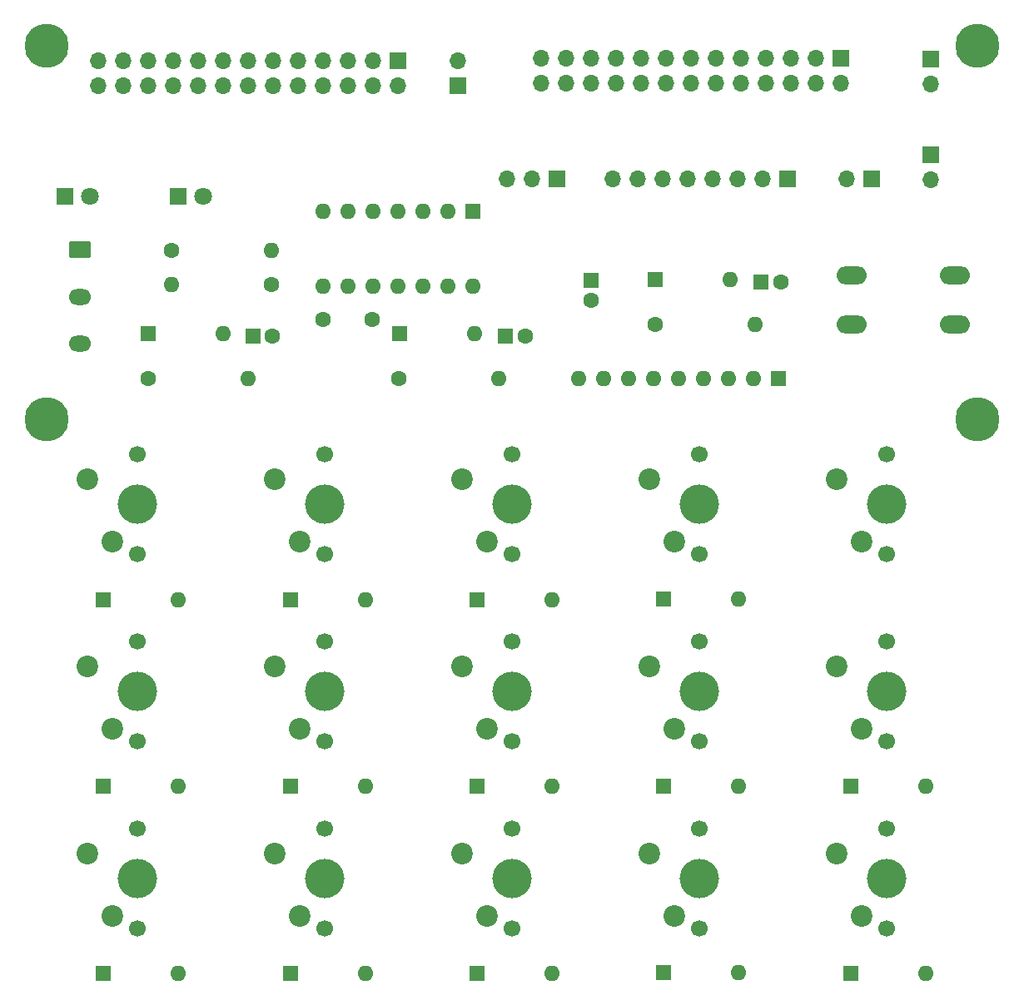
<source format=gbs>
%TF.GenerationSoftware,KiCad,Pcbnew,9.0.2+1*%
%TF.CreationDate,2025-08-16T22:17:17+09:00*%
%TF.ProjectId,kp25tk,6b703235-746b-42e6-9b69-6361645f7063,0.0.8*%
%TF.SameCoordinates,Original*%
%TF.FileFunction,Soldermask,Bot*%
%TF.FilePolarity,Negative*%
%FSLAX46Y46*%
G04 Gerber Fmt 4.6, Leading zero omitted, Abs format (unit mm)*
G04 Created by KiCad (PCBNEW 9.0.2+1) date 2025-08-16 22:17:17*
%MOMM*%
%LPD*%
G01*
G04 APERTURE LIST*
G04 Aperture macros list*
%AMRoundRect*
0 Rectangle with rounded corners*
0 $1 Rounding radius*
0 $2 $3 $4 $5 $6 $7 $8 $9 X,Y pos of 4 corners*
0 Add a 4 corners polygon primitive as box body*
4,1,4,$2,$3,$4,$5,$6,$7,$8,$9,$2,$3,0*
0 Add four circle primitives for the rounded corners*
1,1,$1+$1,$2,$3*
1,1,$1+$1,$4,$5*
1,1,$1+$1,$6,$7*
1,1,$1+$1,$8,$9*
0 Add four rect primitives between the rounded corners*
20,1,$1+$1,$2,$3,$4,$5,0*
20,1,$1+$1,$4,$5,$6,$7,0*
20,1,$1+$1,$6,$7,$8,$9,0*
20,1,$1+$1,$8,$9,$2,$3,0*%
G04 Aperture macros list end*
%ADD10R,1.600000X1.600000*%
%ADD11O,1.600000X1.600000*%
%ADD12C,1.600000*%
%ADD13C,1.700000*%
%ADD14C,4.000000*%
%ADD15C,2.200000*%
%ADD16C,4.500000*%
%ADD17RoundRect,0.102000X-1.040000X0.704000X-1.040000X-0.704000X1.040000X-0.704000X1.040000X0.704000X0*%
%ADD18O,2.284000X1.612000*%
%ADD19R,1.700000X1.700000*%
%ADD20O,1.700000X1.700000*%
%ADD21R,1.800000X1.800000*%
%ADD22C,1.800000*%
%ADD23O,3.048000X1.850000*%
G04 APERTURE END LIST*
D10*
%TO.C,D21*%
X72165000Y-123500000D03*
D11*
X79785000Y-123500000D03*
%TD*%
D12*
%TO.C,R1*%
X83205000Y-82000000D03*
D11*
X93365000Y-82000000D03*
%TD*%
D13*
%TO.C,SW18*%
X132825000Y-118985000D03*
D14*
X132825000Y-113905000D03*
D13*
X132825000Y-108825000D03*
D15*
X127745000Y-111365000D03*
X130285000Y-117715000D03*
%TD*%
D13*
%TO.C,SW22*%
X94725000Y-99935000D03*
D14*
X94725000Y-94855000D03*
D13*
X94725000Y-89775000D03*
D15*
X89645000Y-92315000D03*
X92185000Y-98665000D03*
%TD*%
D13*
%TO.C,SW11*%
X113775000Y-138035000D03*
D14*
X113775000Y-132955000D03*
D13*
X113775000Y-127875000D03*
D15*
X108695000Y-130415000D03*
X111235000Y-136765000D03*
%TD*%
D10*
%TO.C,D19*%
X110165000Y-142500000D03*
D11*
X117785000Y-142500000D03*
%TD*%
D16*
%TO.C,*%
X47385000Y-86200000D03*
%TD*%
D12*
%TO.C,R5*%
X70285000Y-72500000D03*
D11*
X60125000Y-72500000D03*
%TD*%
D10*
%TO.C,D2*%
X109285000Y-72000000D03*
D11*
X116905000Y-72000000D03*
%TD*%
D10*
%TO.C,U1*%
X90785000Y-65000000D03*
D11*
X88245000Y-65000000D03*
X85705000Y-65000000D03*
X83165000Y-65000000D03*
X80625000Y-65000000D03*
X78085000Y-65000000D03*
X75545000Y-65000000D03*
X75545000Y-72620000D03*
X78085000Y-72620000D03*
X80625000Y-72620000D03*
X83165000Y-72620000D03*
X85705000Y-72620000D03*
X88245000Y-72620000D03*
X90785000Y-72620000D03*
%TD*%
D13*
%TO.C,SW23*%
X113775000Y-99935000D03*
D14*
X113775000Y-94855000D03*
D13*
X113775000Y-89775000D03*
D15*
X108695000Y-92315000D03*
X111235000Y-98665000D03*
%TD*%
D10*
%TO.C,D20*%
X53165000Y-123555000D03*
D11*
X60785000Y-123555000D03*
%TD*%
D13*
%TO.C,SW8*%
X56625000Y-138035000D03*
D14*
X56625000Y-132955000D03*
D13*
X56625000Y-127875000D03*
D15*
X51545000Y-130415000D03*
X54085000Y-136765000D03*
%TD*%
D10*
%TO.C,D16*%
X53165000Y-142555000D03*
D11*
X60785000Y-142555000D03*
%TD*%
D17*
%TO.C,SW27*%
X50785000Y-68900000D03*
D18*
X50785000Y-73700000D03*
X50785000Y-78500000D03*
%TD*%
D19*
%TO.C,J3*%
X89185000Y-52235000D03*
D20*
X89185000Y-49695000D03*
%TD*%
D10*
%TO.C,D3*%
X57745000Y-77500000D03*
D11*
X65365000Y-77500000D03*
%TD*%
D21*
%TO.C,D5*%
X49245000Y-63500000D03*
D22*
X51785000Y-63500000D03*
%TD*%
D10*
%TO.C,C1*%
X94080000Y-77750000D03*
D12*
X96080000Y-77750000D03*
%TD*%
D10*
%TO.C,D17*%
X72165000Y-142555000D03*
D11*
X79785000Y-142555000D03*
%TD*%
D19*
%TO.C,J7*%
X137285000Y-59225000D03*
D20*
X137285000Y-61765000D03*
%TD*%
D13*
%TO.C,SW12*%
X56625000Y-118985000D03*
D14*
X56625000Y-113905000D03*
D13*
X56625000Y-108825000D03*
D15*
X51545000Y-111365000D03*
X54085000Y-117715000D03*
%TD*%
D10*
%TO.C,D24*%
X72165000Y-104555000D03*
D11*
X79785000Y-104555000D03*
%TD*%
D13*
%TO.C,SW24*%
X132825000Y-99935000D03*
D14*
X132825000Y-94855000D03*
D13*
X132825000Y-89775000D03*
D15*
X127745000Y-92315000D03*
X130285000Y-98665000D03*
%TD*%
D10*
%TO.C,C3*%
X68365000Y-77750000D03*
D12*
X70365000Y-77750000D03*
%TD*%
D19*
%TO.C,J8*%
X137285000Y-49525000D03*
D20*
X137285000Y-52065000D03*
%TD*%
D19*
%TO.C,J4*%
X99325000Y-61755000D03*
D20*
X96785000Y-61755000D03*
X94245000Y-61755000D03*
%TD*%
D10*
%TO.C,C5*%
X102785000Y-72044888D03*
D12*
X102785000Y-74044888D03*
%TD*%
D10*
%TO.C,D26*%
X129165000Y-123555000D03*
D11*
X136785000Y-123555000D03*
%TD*%
D23*
%TO.C,SW25*%
X129295000Y-71500000D03*
X139795000Y-71500000D03*
X129295000Y-76500000D03*
X139795000Y-76500000D03*
%TD*%
D12*
%TO.C,R3*%
X57705000Y-82000000D03*
D11*
X67865000Y-82000000D03*
%TD*%
D13*
%TO.C,SW15*%
X113775000Y-118985000D03*
D14*
X113775000Y-113905000D03*
D13*
X113775000Y-108825000D03*
D15*
X108695000Y-111365000D03*
X111235000Y-117715000D03*
%TD*%
D10*
%TO.C,D30*%
X91165000Y-104555000D03*
D11*
X98785000Y-104555000D03*
%TD*%
D13*
%TO.C,SW20*%
X132825000Y-138035000D03*
D14*
X132825000Y-132955000D03*
D13*
X132825000Y-127875000D03*
D15*
X127745000Y-130415000D03*
X130285000Y-136765000D03*
%TD*%
D16*
%TO.C,*%
X47385000Y-48200000D03*
%TD*%
D10*
%TO.C,D22*%
X91165000Y-123500000D03*
D11*
X98785000Y-123500000D03*
%TD*%
D10*
%TO.C,RN1*%
X121785000Y-82000000D03*
D11*
X119245000Y-82000000D03*
X116705000Y-82000000D03*
X114165000Y-82000000D03*
X111625000Y-82000000D03*
X109085000Y-82000000D03*
X106545000Y-82000000D03*
X104005000Y-82000000D03*
X101465000Y-82000000D03*
%TD*%
D13*
%TO.C,SW14*%
X94725000Y-118985000D03*
D14*
X94725000Y-113905000D03*
D13*
X94725000Y-108825000D03*
D15*
X89645000Y-111365000D03*
X92185000Y-117715000D03*
%TD*%
D19*
%TO.C,J2*%
X128195000Y-49460000D03*
D20*
X128195000Y-52000000D03*
X125655000Y-49460000D03*
X125655000Y-52000000D03*
X123115000Y-49460000D03*
X123115000Y-52000000D03*
X120575000Y-49460000D03*
X120575000Y-52000000D03*
X118035000Y-49460000D03*
X118035000Y-52000000D03*
X115495000Y-49460000D03*
X115495000Y-52000000D03*
X112955000Y-49460000D03*
X112955000Y-52000000D03*
X110415000Y-49460000D03*
X110415000Y-52000000D03*
X107875000Y-49460000D03*
X107875000Y-52000000D03*
X105335000Y-49460000D03*
X105335000Y-52000000D03*
X102795000Y-49460000D03*
X102795000Y-52000000D03*
X100255000Y-49460000D03*
X100255000Y-52000000D03*
X97715000Y-49460000D03*
X97715000Y-52000000D03*
%TD*%
D10*
%TO.C,D18*%
X91165000Y-142555000D03*
D11*
X98785000Y-142555000D03*
%TD*%
D13*
%TO.C,SW10*%
X94725000Y-138035000D03*
D14*
X94725000Y-132955000D03*
D13*
X94725000Y-127875000D03*
D15*
X89645000Y-130415000D03*
X92185000Y-136765000D03*
%TD*%
D13*
%TO.C,SW13*%
X75675000Y-118985000D03*
D14*
X75675000Y-113905000D03*
D13*
X75675000Y-108825000D03*
D15*
X70595000Y-111365000D03*
X73135000Y-117715000D03*
%TD*%
D10*
%TO.C,D25*%
X53165000Y-104555000D03*
D11*
X60785000Y-104555000D03*
%TD*%
D19*
%TO.C,J1*%
X83085000Y-49660000D03*
D20*
X83085000Y-52200000D03*
X80545000Y-49660000D03*
X80545000Y-52200000D03*
X78005000Y-49660000D03*
X78005000Y-52200000D03*
X75465000Y-49660000D03*
X75465000Y-52200000D03*
X72925000Y-49660000D03*
X72925000Y-52200000D03*
X70385000Y-49660000D03*
X70385000Y-52200000D03*
X67845000Y-49660000D03*
X67845000Y-52200000D03*
X65305000Y-49660000D03*
X65305000Y-52200000D03*
X62765000Y-49660000D03*
X62765000Y-52200000D03*
X60225000Y-49660000D03*
X60225000Y-52200000D03*
X57685000Y-49660000D03*
X57685000Y-52200000D03*
X55145000Y-49660000D03*
X55145000Y-52200000D03*
X52605000Y-49660000D03*
X52605000Y-52200000D03*
%TD*%
D13*
%TO.C,SW9*%
X75675000Y-138035000D03*
D14*
X75675000Y-132955000D03*
D13*
X75675000Y-127875000D03*
D15*
X70595000Y-130415000D03*
X73135000Y-136765000D03*
%TD*%
D12*
%TO.C,R2*%
X109285000Y-76500000D03*
D11*
X119445000Y-76500000D03*
%TD*%
D12*
%TO.C,R4*%
X60125000Y-69000000D03*
D11*
X70285000Y-69000000D03*
%TD*%
D10*
%TO.C,D1*%
X83270000Y-77445000D03*
D11*
X90890000Y-77445000D03*
%TD*%
D19*
%TO.C,J5*%
X122785000Y-61750000D03*
D20*
X120245000Y-61750000D03*
X117705000Y-61750000D03*
X115165000Y-61750000D03*
X112625000Y-61750000D03*
X110085000Y-61750000D03*
X107545000Y-61750000D03*
X105005000Y-61750000D03*
%TD*%
D10*
%TO.C,C2*%
X120079888Y-72250000D03*
D12*
X122079888Y-72250000D03*
%TD*%
D13*
%TO.C,SW17*%
X56625000Y-99935000D03*
D14*
X56625000Y-94855000D03*
D13*
X56625000Y-89775000D03*
D15*
X51545000Y-92315000D03*
X54085000Y-98665000D03*
%TD*%
D10*
%TO.C,D23*%
X110165000Y-123555000D03*
D11*
X117785000Y-123555000D03*
%TD*%
D13*
%TO.C,SW16*%
X75675000Y-99935000D03*
D14*
X75675000Y-94855000D03*
D13*
X75675000Y-89775000D03*
D15*
X70595000Y-92315000D03*
X73135000Y-98665000D03*
%TD*%
D21*
%TO.C,D4*%
X60745000Y-63500000D03*
D22*
X63285000Y-63500000D03*
%TD*%
D10*
%TO.C,D28*%
X129165000Y-142555000D03*
D11*
X136785000Y-142555000D03*
%TD*%
D12*
%TO.C,C4*%
X75535000Y-76000000D03*
X80535000Y-76000000D03*
%TD*%
D16*
%TO.C,*%
X142085000Y-48200000D03*
%TD*%
%TO.C,*%
X142085000Y-86200000D03*
%TD*%
D10*
%TO.C,D31*%
X110165000Y-104500000D03*
D11*
X117785000Y-104500000D03*
%TD*%
D19*
%TO.C,J6*%
X131260000Y-61750000D03*
D20*
X128720000Y-61750000D03*
%TD*%
M02*

</source>
